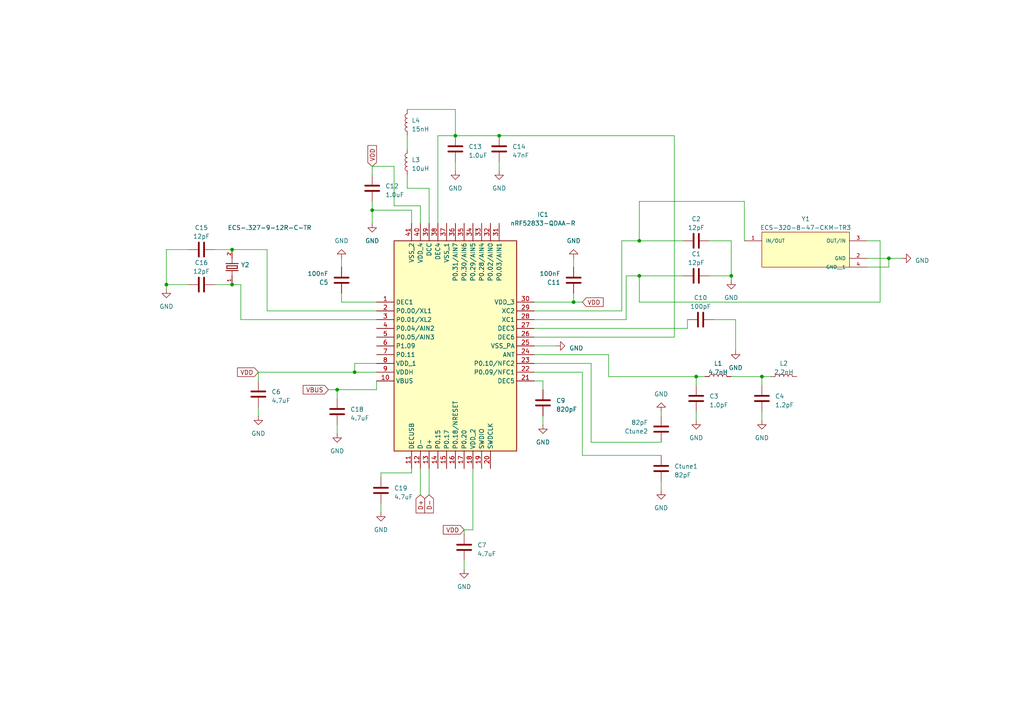
<source format=kicad_sch>
(kicad_sch (version 20230121) (generator eeschema)
  (paper "A4")
  (lib_symbols
    (symbol "Device:C" (pin_numbers hide) (pin_names (offset 0.254))
      (property "Reference" "C" (at 0.635 2.54 0))
      (property "Value" "C" (at 0.635 -2.54 0))
      (symbol "C_0_1"
        (polyline (pts (xy -2.032 -0.762) (xy 2.032 -0.762)) (stroke (width 0.508)))
        (polyline (pts (xy -2.032 0.762) (xy 2.032 0.762)) (stroke (width 0.508)))
      )
      (symbol "C_1_1"
        (pin passive line (at 0 3.81 270) (length 2.794) (name "~") (number "1"))
        (pin passive line (at 0 -3.81 90) (length 2.794) (name "~") (number "2"))
      )
    )
    (symbol "Device:L" (pin_numbers hide) (pin_names (offset 1.016) hide)
      (property "Reference" "L" (at -1.27 0 90))
      (property "Value" "L" (at 1.905 0 90))
      (symbol "L_0_1"
        (arc (start 0 -2.54) (mid 0.6323 -1.905) (end 0 -1.27))
        (arc (start 0 -1.27) (mid 0.6323 -0.635) (end 0 0))
        (arc (start 0 0) (mid 0.6323 0.635) (end 0 1.27))
        (arc (start 0 1.27) (mid 0.6323 1.905) (end 0 2.54))
      )
      (symbol "L_1_1"
        (pin passive line (at 0 3.81 270) (length 1.27) (name "1") (number "1"))
        (pin passive line (at 0 -3.81 90) (length 1.27) (name "2") (number "2"))
      )
    )
    (symbol "ECS 1612 32MHz:ECS-320-8-47-CKM-TR3" (pin_names (offset 1.016))
      (property "Reference" "Y" (at -12.7318 5.0928 0))
      (property "Value" "ECS-320-8-47-CKM-TR3" (at -12.7223 -7.6334 0))
      (symbol "ECS-320-8-47-CKM-TR3_0_0"
        (rectangle (start -12.7 -5.08) (end 12.7 5.08) (stroke (width 0.1524)) (fill (type background)))
        (pin bidirectional line (at -17.78 2.54 0) (length 5.08) (name "IN/OUT") (number "1"))
        (pin power_in line (at 17.78 -2.54 180) (length 5.08) (name "GND") (number "2"))
        (pin bidirectional line (at 17.78 2.54 180) (length 5.08) (name "OUT/IN") (number "3"))
        (pin power_in line (at 17.78 -5.08 180) (length 5.08) (name "GND__1") (number "4"))
      )
    )
    (symbol "EXC 2012 23.768MHz:ECS-.327-9-12R-C-TR" (pin_names (offset 1.016))
      (property "Reference" "Y" (at -5.0919 3.8189 0))
      (property "Value" "ECS-.327-9-12R-C-TR" (at -5.0911 -5.0911 0))
      (symbol "ECS-.327-9-12R-C-TR_0_0"
        (polyline (pts (xy -2.54 0) (xy -1.016 0)) (stroke (width 0.1524)))
        (polyline (pts (xy -1.016 1.778) (xy -1.016 -1.778)) (stroke (width 0.254)))
        (polyline (pts (xy -0.381 -1.524) (xy 0.381 -1.524)) (stroke (width 0.254)))
        (polyline (pts (xy -0.381 1.524) (xy -0.381 -1.524)) (stroke (width 0.254)))
        (polyline (pts (xy 0.381 -1.524) (xy 0.381 1.524)) (stroke (width 0.254)))
        (polyline (pts (xy 0.381 1.524) (xy -0.381 1.524)) (stroke (width 0.254)))
        (polyline (pts (xy 1.016 0) (xy 2.54 0)) (stroke (width 0.1524)))
        (polyline (pts (xy 1.016 1.778) (xy 1.016 -1.778)) (stroke (width 0.254)))
        (pin passive line (at -5.08 0 0) (length 2.54) (name "~") (number "1"))
        (pin passive line (at 5.08 0 180) (length 2.54) (name "~") (number "2"))
      )
    )
    (symbol "nRF52833-QDAA-Org:nRF52833-QDAA-R"
      (property "Reference" "IC" (at 41.91 22.86 0))
      (property "Value" "nRF52833-QDAA-R" (at 41.91 20.32 0))
      (symbol "nRF52833-QDAA-R_1_1"
        (rectangle (start 5.08 17.78) (end 40.64 -43.18) (stroke (width 0.254)) (fill (type background)))
        (pin passive line (at 0 0 0) (length 5.08) (name "DEC1") (number "1"))
        (pin passive line (at 0 -22.86 0) (length 5.08) (name "VBUS") (number "10"))
        (pin passive line (at 10.16 -48.26 90) (length 5.08) (name "DECUSB") (number "11"))
        (pin passive line (at 12.7 -48.26 90) (length 5.08) (name "D-") (number "12"))
        (pin passive line (at 15.24 -48.26 90) (length 5.08) (name "D+") (number "13"))
        (pin passive line (at 17.78 -48.26 90) (length 5.08) (name "P0.15") (number "14"))
        (pin passive line (at 20.32 -48.26 90) (length 5.08) (name "P0.17") (number "15"))
        (pin passive line (at 22.86 -48.26 90) (length 5.08) (name "P0.18/NRESET") (number "16"))
        (pin passive line (at 25.4 -48.26 90) (length 5.08) (name "P0.20") (number "17"))
        (pin passive line (at 27.94 -48.26 90) (length 5.08) (name "VDD_2") (number "18"))
        (pin passive line (at 30.48 -48.26 90) (length 5.08) (name "SWDIO") (number "19"))
        (pin passive line (at 0 -2.54 0) (length 5.08) (name "P0.00/XL1") (number "2"))
        (pin passive line (at 33.02 -48.26 90) (length 5.08) (name "SWDCLK") (number "20"))
        (pin passive line (at 45.72 -22.86 180) (length 5.08) (name "DEC5") (number "21"))
        (pin passive line (at 45.72 -20.32 180) (length 5.08) (name "P0.09/NFC1") (number "22"))
        (pin passive line (at 45.72 -17.78 180) (length 5.08) (name "P0.10/NFC2") (number "23"))
        (pin passive line (at 45.72 -15.24 180) (length 5.08) (name "ANT") (number "24"))
        (pin passive line (at 45.72 -12.7 180) (length 5.08) (name "VSS_PA") (number "25"))
        (pin passive line (at 45.72 -10.16 180) (length 5.08) (name "DEC6") (number "26"))
        (pin passive line (at 45.72 -7.62 180) (length 5.08) (name "DEC3") (number "27"))
        (pin passive line (at 45.72 -5.08 180) (length 5.08) (name "XC1") (number "28"))
        (pin passive line (at 45.72 -2.54 180) (length 5.08) (name "XC2") (number "29"))
        (pin passive line (at 0 -5.08 0) (length 5.08) (name "P0.01/XL2") (number "3"))
        (pin passive line (at 45.72 0 180) (length 5.08) (name "VDD_3") (number "30"))
        (pin passive line (at 35.56 22.86 270) (length 5.08) (name "P0.03/AIN1") (number "31"))
        (pin passive line (at 33.02 22.86 270) (length 5.08) (name "P0.02/AIN0") (number "32"))
        (pin passive line (at 30.48 22.86 270) (length 5.08) (name "P0.28/AIN4") (number "33"))
        (pin passive line (at 27.94 22.86 270) (length 5.08) (name "P0.29/AIN5") (number "34"))
        (pin passive line (at 25.4 22.86 270) (length 5.08) (name "P0.30/AIN6") (number "35"))
        (pin passive line (at 22.86 22.86 270) (length 5.08) (name "P0.31/AIN7") (number "36"))
        (pin passive line (at 20.32 22.86 270) (length 5.08) (name "VSS_1") (number "37"))
        (pin passive line (at 17.78 22.86 270) (length 5.08) (name "DEC4") (number "38"))
        (pin passive line (at 15.24 22.86 270) (length 5.08) (name "DCC") (number "39"))
        (pin passive line (at 0 -7.62 0) (length 5.08) (name "P0.04/AIN2") (number "4"))
        (pin passive line (at 12.7 22.86 270) (length 5.08) (name "VDD_4") (number "40"))
        (pin passive line (at 10.16 22.86 270) (length 5.08) (name "VSS_2") (number "41"))
        (pin passive line (at 0 -10.16 0) (length 5.08) (name "P0.05/AIN3") (number "5"))
        (pin passive line (at 0 -12.7 0) (length 5.08) (name "P1.09") (number "6"))
        (pin passive line (at 0 -15.24 0) (length 5.08) (name "P0.11") (number "7"))
        (pin passive line (at 0 -17.78 0) (length 5.08) (name "VDD_1") (number "8"))
        (pin passive line (at 0 -20.32 0) (length 5.08) (name "VDDH") (number "9"))
      )
    )
    (symbol "power:GND" (power) (pin_names (offset 0))
      (property "Value" "GND" (at 0 -3.81 0))
      (symbol "GND_0_1"
        (polyline (pts (xy 0 0) (xy 0 -1.27) (xy 1.27 -1.27) (xy 0 -2.54) (xy -1.27 -1.27) (xy 0 -1.27)))
      )
      (symbol "GND_1_1"
        (pin power_in line (at 0 0 270) (length 0) hide (name "GND") (number "1"))
      )
    )
  )
  (junction (at 132.08 39.37))
  (junction (at 67.31 82.55))
  (junction (at 185.42 80.01))
  (junction (at 67.31 72.39))
  (junction (at 257.81 74.93))
  (junction (at 212.09 80.01))
  (junction (at 220.98 109.22))
  (junction (at 48.26 82.55))
  (junction (at 102.87 107.95))
  (junction (at 201.93 109.22))
  (junction (at 185.42 69.85))
  (junction (at 144.78 39.37))
  (junction (at 107.95 60.96))
  (junction (at 166.37 87.63))
  (junction (at 97.79 113.03))
  (wire (pts (xy 110.49 137.16) (xy 110.49 138.43)))
  (wire (pts (xy 154.94 110.49) (xy 157.48 110.49)))
  (wire (pts (xy 118.11 39.37) (xy 118.11 43.18)))
  (wire (pts (xy 251.46 77.47) (xy 257.81 77.47)))
  (wire (pts (xy 168.91 107.95) (xy 168.91 132.08)))
  (wire (pts (xy 255.27 69.85) (xy 255.27 87.63)))
  (wire (pts (xy 107.95 58.42) (xy 107.95 60.96)))
  (wire (pts (xy 212.09 69.85) (xy 212.09 80.01)))
  (wire (pts (xy 102.87 107.95) (xy 74.93 107.95)))
  (wire (pts (xy 109.22 92.71) (xy 69.85 92.71)))
  (wire (pts (xy 212.09 80.01) (xy 212.09 81.28)))
  (wire (pts (xy 181.61 92.71) (xy 181.61 80.01)))
  (wire (pts (xy 137.16 135.89) (xy 137.16 153.67)))
  (wire (pts (xy 154.94 105.41) (xy 171.45 105.41)))
  (wire (pts (xy 185.42 87.63) (xy 185.42 80.01)))
  (wire (pts (xy 114.3 48.26) (xy 107.95 48.26)))
  (wire (pts (xy 180.34 90.17) (xy 180.34 69.85)))
  (wire (pts (xy 99.06 77.47) (xy 99.06 74.93)))
  (wire (pts (xy 176.53 102.87) (xy 176.53 109.22)))
  (wire (pts (xy 166.37 87.63) (xy 168.91 87.63)))
  (wire (pts (xy 199.39 95.25) (xy 199.39 92.71)))
  (wire (pts (xy 109.22 113.03) (xy 109.22 110.49)))
  (wire (pts (xy 99.06 85.09) (xy 99.06 87.63)))
  (wire (pts (xy 62.23 72.39) (xy 67.31 72.39)))
  (wire (pts (xy 48.26 82.55) (xy 48.26 83.82)))
  (wire (pts (xy 215.9 58.42) (xy 185.42 58.42)))
  (wire (pts (xy 180.34 69.85) (xy 185.42 69.85)))
  (wire (pts (xy 255.27 87.63) (xy 185.42 87.63)))
  (wire (pts (xy 132.08 39.37) (xy 144.78 39.37)))
  (wire (pts (xy 74.93 107.95) (xy 74.93 110.49)))
  (wire (pts (xy 99.06 87.63) (xy 109.22 87.63)))
  (wire (pts (xy 118.11 54.61) (xy 118.11 50.8)))
  (wire (pts (xy 157.48 120.65) (xy 157.48 123.19)))
  (wire (pts (xy 157.48 110.49) (xy 157.48 113.03)))
  (wire (pts (xy 191.77 120.65) (xy 191.77 119.38)))
  (wire (pts (xy 132.08 46.99) (xy 132.08 49.53)))
  (wire (pts (xy 154.94 92.71) (xy 181.61 92.71)))
  (wire (pts (xy 124.46 64.77) (xy 124.46 54.61)))
  (wire (pts (xy 107.95 48.26) (xy 107.95 50.8)))
  (wire (pts (xy 127 39.37) (xy 132.08 39.37)))
  (wire (pts (xy 207.01 92.71) (xy 213.36 92.71)))
  (wire (pts (xy 137.16 153.67) (xy 134.62 153.67)))
  (wire (pts (xy 124.46 54.61) (xy 118.11 54.61)))
  (wire (pts (xy 69.85 92.71) (xy 69.85 82.55)))
  (wire (pts (xy 195.58 97.79) (xy 195.58 39.37)))
  (wire (pts (xy 54.61 82.55) (xy 48.26 82.55)))
  (wire (pts (xy 119.38 64.77) (xy 119.38 60.96)))
  (wire (pts (xy 114.3 59.69) (xy 114.3 48.26)))
  (wire (pts (xy 97.79 113.03) (xy 95.25 113.03)))
  (wire (pts (xy 132.08 31.75) (xy 132.08 39.37)))
  (wire (pts (xy 121.92 64.77) (xy 121.92 59.69)))
  (wire (pts (xy 201.93 119.38) (xy 201.93 121.92)))
  (wire (pts (xy 119.38 137.16) (xy 110.49 137.16)))
  (wire (pts (xy 109.22 113.03) (xy 97.79 113.03)))
  (wire (pts (xy 62.23 82.55) (xy 67.31 82.55)))
  (wire (pts (xy 251.46 69.85) (xy 255.27 69.85)))
  (wire (pts (xy 124.46 135.89) (xy 124.46 143.51)))
  (wire (pts (xy 168.91 132.08) (xy 191.77 132.08)))
  (wire (pts (xy 205.74 69.85) (xy 212.09 69.85)))
  (wire (pts (xy 195.58 39.37) (xy 144.78 39.37)))
  (wire (pts (xy 201.93 109.22) (xy 204.47 109.22)))
  (wire (pts (xy 121.92 59.69) (xy 114.3 59.69)))
  (wire (pts (xy 119.38 135.89) (xy 119.38 137.16)))
  (wire (pts (xy 220.98 109.22) (xy 220.98 111.76)))
  (wire (pts (xy 109.22 105.41) (xy 102.87 105.41)))
  (wire (pts (xy 185.42 80.01) (xy 198.12 80.01)))
  (wire (pts (xy 171.45 128.27) (xy 191.77 128.27)))
  (wire (pts (xy 118.11 31.75) (xy 132.08 31.75)))
  (wire (pts (xy 251.46 74.93) (xy 257.81 74.93)))
  (wire (pts (xy 97.79 123.19) (xy 97.79 125.73)))
  (wire (pts (xy 201.93 109.22) (xy 201.93 111.76)))
  (wire (pts (xy 54.61 72.39) (xy 48.26 72.39)))
  (wire (pts (xy 257.81 77.47) (xy 257.81 74.93)))
  (wire (pts (xy 154.94 100.33) (xy 161.29 100.33)))
  (wire (pts (xy 171.45 105.41) (xy 171.45 128.27)))
  (wire (pts (xy 212.09 109.22) (xy 220.98 109.22)))
  (wire (pts (xy 48.26 72.39) (xy 48.26 82.55)))
  (wire (pts (xy 154.94 95.25) (xy 199.39 95.25)))
  (wire (pts (xy 154.94 107.95) (xy 168.91 107.95)))
  (wire (pts (xy 144.78 46.99) (xy 144.78 49.53)))
  (wire (pts (xy 154.94 87.63) (xy 166.37 87.63)))
  (wire (pts (xy 257.81 74.93) (xy 261.62 74.93)))
  (wire (pts (xy 109.22 107.95) (xy 102.87 107.95)))
  (wire (pts (xy 77.47 90.17) (xy 77.47 72.39)))
  (wire (pts (xy 154.94 90.17) (xy 180.34 90.17)))
  (wire (pts (xy 185.42 69.85) (xy 198.12 69.85)))
  (wire (pts (xy 127 64.77) (xy 127 39.37)))
  (wire (pts (xy 213.36 92.71) (xy 213.36 101.6)))
  (wire (pts (xy 191.77 139.7) (xy 191.77 142.24)))
  (wire (pts (xy 97.79 115.57) (xy 97.79 113.03)))
  (wire (pts (xy 181.61 80.01) (xy 185.42 80.01)))
  (wire (pts (xy 121.92 135.89) (xy 121.92 143.51)))
  (wire (pts (xy 166.37 85.09) (xy 166.37 87.63)))
  (wire (pts (xy 154.94 102.87) (xy 176.53 102.87)))
  (wire (pts (xy 220.98 109.22) (xy 223.52 109.22)))
  (wire (pts (xy 77.47 72.39) (xy 67.31 72.39)))
  (wire (pts (xy 166.37 77.47) (xy 166.37 74.93)))
  (wire (pts (xy 134.62 153.67) (xy 134.62 154.94)))
  (wire (pts (xy 102.87 105.41) (xy 102.87 107.95)))
  (wire (pts (xy 215.9 69.85) (xy 215.9 58.42)))
  (wire (pts (xy 107.95 60.96) (xy 107.95 64.77)))
  (wire (pts (xy 69.85 82.55) (xy 67.31 82.55)))
  (wire (pts (xy 220.98 119.38) (xy 220.98 121.92)))
  (wire (pts (xy 109.22 90.17) (xy 77.47 90.17)))
  (wire (pts (xy 74.93 118.11) (xy 74.93 120.65)))
  (wire (pts (xy 119.38 60.96) (xy 107.95 60.96)))
  (wire (pts (xy 176.53 109.22) (xy 201.93 109.22)))
  (wire (pts (xy 110.49 146.05) (xy 110.49 148.59)))
  (wire (pts (xy 185.42 58.42) (xy 185.42 69.85)))
  (wire (pts (xy 154.94 97.79) (xy 195.58 97.79)))
  (wire (pts (xy 134.62 162.56) (xy 134.62 165.1)))
  (wire (pts (xy 205.74 80.01) (xy 212.09 80.01)))
  (global_label "D-" (shape input) (at 124.46 143.51 270) (property "Intersheetrefs" "${INTERSHEET_REFS}" (effects hide)))
  (global_label "VDD" (shape input) (at 134.62 153.67 180) (property "Intersheetrefs" "${INTERSHEET_REFS}" (effects hide)))
  (global_label "VDD" (shape input) (at 168.91 87.63 0) (property "Intersheetrefs" "${INTERSHEET_REFS}" (effects hide)))
  (global_label "VDD" (shape input) (at 107.95 48.26 90) (property "Intersheetrefs" "${INTERSHEET_REFS}" (effects hide)))
  (global_label "VDD" (shape input) (at 74.93 107.95 180) (property "Intersheetrefs" "${INTERSHEET_REFS}" (effects hide)))
  (global_label "D+" (shape input) (at 121.92 143.51 270) (property "Intersheetrefs" "${INTERSHEET_REFS}" (effects hide)))
  (global_label "VBUS" (shape input) (at 95.25 113.03 180) (property "Intersheetrefs" "${INTERSHEET_REFS}" (effects hide)))
  (symbol (lib_id "nRF52833-QDAA-Org:nRF52833-QDAA-R") (at 109.22 87.63 0) (unit 1)
    (property "Reference" "IC1" (at 157.48 62.23 0))
    (property "Value" "nRF52833-QDAA-R" (at 157.48 64.77 0))
    (property "Footprint" "QFN40P500X500X90-41N" (effects hide))
    (property "Datasheet" "https://infocenter.nordicsemi.com/pdf/nRF52833_PS_v1.3.pdf" (effects hide))
    (property "Height" "0.9" (effects hide))
    (property "Manufacturer_Name" "Nordic Semiconductor" (effects hide))
    (property "Manufacturer_Part_Number" "nRF52833-QDAA-R" (effects hide))
    (property "Mouser Part Number" "949-NRF52833-QDAA-R" (effects hide))
    (property "Mouser Price/Stock" "https://www.mouser.co.uk/ProductDetail/Nordic-Semiconductor/nRF52833-QDAA-R?qs=xZ%2FP%252Ba9zWqYrk%252Bfy26NOZQ%3D%3D" (effects hide))
    (property "Arrow Part Number" "NRF52833-QDAA-R" (effects hide))
    (property "Arrow Price/Stock" "https://www.arrow.com/en/products/nrf52833-qdaa-r/nordic-semiconductor?region=nac" (effects hide))
  )
  (symbol (lib_id "power:GND") (at 220.98 121.92 0) (unit 1)
    (property "Reference" "#PWR010" (effects hide))
    (property "Value" "GND" (at 220.98 127 0))
  )
  (symbol (lib_id "Device:C") (at 97.79 119.38 0) (unit 1)
    (property "Reference" "C18" (at 101.6 118.745 0) (effects (justify left)))
    (property "Value" "4.7uF" (at 101.6 121.285 0) (effects (justify left)))
    (property "Footprint" "Capacitor_SMD:C_0603_1608Metric" (effects hide))
  )
  (symbol (lib_id "power:GND") (at 161.29 100.33 90) (unit 1)
    (property "Reference" "#PWR016" (effects hide))
    (property "Value" "GND" (at 165.1 100.965 90) (effects (justify right)))
  )
  (symbol (lib_id "Device:C") (at 58.42 72.39 270) (mirror x) (unit 1)
    (property "Reference" "C15" (at 58.42 66.04 90))
    (property "Value" "12pF" (at 58.42 68.58 90))
    (property "Footprint" "Capacitor_SMD:C_0603_1608Metric" (effects hide))
  )
  (symbol (lib_id "Device:C") (at 74.93 114.3 0) (unit 1)
    (property "Reference" "C6" (at 78.74 113.665 0) (effects (justify left)))
    (property "Value" "4.7uF" (at 78.74 116.205 0) (effects (justify left)))
    (property "Footprint" "Capacitor_SMD:C_0603_1608Metric" (effects hide))
  )
  (symbol (lib_id "Device:L") (at 208.28 109.22 90) (unit 1)
    (property "Reference" "L1" (at 208.28 105.41 90))
    (property "Value" "4.7nH" (at 208.28 107.95 90))
    (property "Footprint" "Inductor_SMD:L_0603_1608Metric" (effects hide))
  )
  (symbol (lib_id "Device:C") (at 201.93 115.57 0) (unit 1)
    (property "Reference" "C3" (at 205.74 114.935 0) (effects (justify left)))
    (property "Value" "1.0pF" (at 205.74 117.475 0) (effects (justify left)))
    (property "Footprint" "Capacitor_SMD:C_0603_1608Metric" (effects hide))
  )
  (symbol (lib_id "power:GND") (at 191.77 142.24 0) (unit 1)
    (property "Reference" "#PWR07" (effects hide))
    (property "Value" "GND" (at 191.77 147.32 0))
  )
  (symbol (lib_id "power:GND") (at 110.49 148.59 0) (unit 1)
    (property "Reference" "#PWR03" (effects hide))
    (property "Value" "GND" (at 110.49 153.67 0))
  )
  (symbol (lib_id "power:GND") (at 74.93 120.65 0) (unit 1)
    (property "Reference" "#PWR04" (effects hide))
    (property "Value" "GND" (at 74.93 125.73 0))
  )
  (symbol (lib_id "Device:C") (at 201.93 69.85 90) (unit 1)
    (property "Reference" "C2" (at 201.93 63.5 90))
    (property "Value" "12pF" (at 201.93 66.04 90))
    (property "Footprint" "Capacitor_SMD:C_0603_1608Metric" (effects hide))
  )
  (symbol (lib_id "power:GND") (at 212.09 81.28 0) (unit 1)
    (property "Reference" "#PWR011" (effects hide))
    (property "Value" "GND" (at 212.09 86.36 0))
  )
  (symbol (lib_id "power:GND") (at 97.79 125.73 0) (unit 1)
    (property "Reference" "#PWR01" (effects hide))
    (property "Value" "GND" (at 97.79 130.81 0))
  )
  (symbol (lib_id "Device:L") (at 227.33 109.22 90) (unit 1)
    (property "Reference" "L2" (at 227.33 105.41 90))
    (property "Value" "2.2nH" (at 227.33 107.95 90))
    (property "Footprint" "Inductor_SMD:L_0603_1608Metric" (effects hide))
  )
  (symbol (lib_id "Device:C") (at 191.77 135.89 0) (unit 1)
    (property "Reference" "Ctune1" (at 195.58 135.255 0) (effects (justify left)))
    (property "Value" "82pF" (at 195.58 137.795 0) (effects (justify left)))
    (property "Footprint" "Capacitor_SMD:C_0603_1608Metric" (effects hide))
  )
  (symbol (lib_id "Device:C") (at 157.48 116.84 0) (unit 1)
    (property "Reference" "C9" (at 161.29 116.205 0) (effects (justify left)))
    (property "Value" "820pF" (at 161.29 118.745 0) (effects (justify left)))
    (property "Footprint" "Capacitor_SMD:C_0603_1608Metric" (effects hide))
  )
  (symbol (lib_id "Device:C") (at 191.77 124.46 180) (unit 1)
    (property "Reference" "Ctune2" (at 187.96 125.095 0) (effects (justify left)))
    (property "Value" "82pF" (at 187.96 122.555 0) (effects (justify left)))
    (property "Footprint" "Capacitor_SMD:C_0603_1608Metric" (effects hide))
  )
  (symbol (lib_id "Device:L") (at 118.11 35.56 180) (unit 1)
    (property "Reference" "L4" (at 119.38 34.925 0) (effects (justify right)))
    (property "Value" "15nH" (at 119.38 37.465 0) (effects (justify right)))
    (property "Footprint" "Inductor_SMD:L_0603_1608Metric" (effects hide))
  )
  (symbol (lib_id "power:GND") (at 191.77 119.38 180) (unit 1)
    (property "Reference" "#PWR08" (effects hide))
    (property "Value" "GND" (at 191.77 114.3 0))
  )
  (symbol (lib_id "Device:C") (at 220.98 115.57 0) (unit 1)
    (property "Reference" "C4" (at 224.79 114.935 0) (effects (justify left)))
    (property "Value" "1.2pF" (at 224.79 117.475 0) (effects (justify left)))
    (property "Footprint" "Capacitor_SMD:C_0603_1608Metric" (effects hide))
  )
  (symbol (lib_id "Device:C") (at 144.78 43.18 0) (unit 1)
    (property "Reference" "C14" (at 148.59 42.545 0) (effects (justify left)))
    (property "Value" "47nF" (at 148.59 45.085 0) (effects (justify left)))
    (property "Footprint" "Capacitor_SMD:C_0603_1608Metric" (effects hide))
  )
  (symbol (lib_id "Device:C") (at 203.2 92.71 90) (unit 1)
    (property "Reference" "C10" (at 203.2 86.36 90))
    (property "Value" "100pF" (at 203.2 88.9 90))
    (property "Footprint" "Capacitor_SMD:C_0603_1608Metric" (effects hide))
  )
  (symbol (lib_id "Device:C") (at 99.06 81.28 180) (unit 1)
    (property "Reference" "C5" (at 95.25 81.915 0) (effects (justify left)))
    (property "Value" "100nF" (at 95.25 79.375 0) (effects (justify left)))
    (property "Footprint" "Capacitor_SMD:C_0603_1608Metric" (effects hide))
  )
  (symbol (lib_id "power:GND") (at 99.06 74.93 180) (unit 1)
    (property "Reference" "#PWR017" (effects hide))
    (property "Value" "GND" (at 99.06 69.85 0))
  )
  (symbol (lib_id "power:GND") (at 213.36 101.6 0) (unit 1)
    (property "Reference" "#PWR012" (effects hide))
    (property "Value" "GND" (at 213.36 106.68 0))
  )
  (symbol (lib_id "Device:C") (at 58.42 82.55 270) (mirror x) (unit 1)
    (property "Reference" "C16" (at 58.42 76.2 90))
    (property "Value" "12pF" (at 58.42 78.74 90))
    (property "Footprint" "Capacitor_SMD:C_0603_1608Metric" (effects hide))
  )
  (symbol (lib_id "power:GND") (at 201.93 121.92 0) (unit 1)
    (property "Reference" "#PWR09" (effects hide))
    (property "Value" "GND" (at 201.93 127 0))
  )
  (symbol (lib_id "power:GND") (at 261.62 74.93 90) (unit 1)
    (property "Reference" "#PWR019" (effects hide))
    (property "Value" "GND" (at 265.43 75.565 90) (effects (justify right)))
  )
  (symbol (lib_id "Device:C") (at 110.49 142.24 0) (unit 1)
    (property "Reference" "C19" (at 114.3 141.605 0) (effects (justify left)))
    (property "Value" "4.7uF" (at 114.3 144.145 0) (effects (justify left)))
    (property "Footprint" "Capacitor_SMD:C_0603_1608Metric" (effects hide))
  )
  (symbol (lib_id "Device:C") (at 132.08 43.18 0) (unit 1)
    (property "Reference" "C13" (at 135.89 42.545 0) (effects (justify left)))
    (property "Value" "1.0uF" (at 135.89 45.085 0) (effects (justify left)))
    (property "Footprint" "Capacitor_SMD:C_0603_1608Metric" (effects hide))
  )
  (symbol (lib_id "Device:C") (at 107.95 54.61 0) (unit 1)
    (property "Reference" "C12" (at 111.76 53.975 0) (effects (justify left)))
    (property "Value" "1.0uF" (at 111.76 56.515 0) (effects (justify left)))
    (property "Footprint" "Capacitor_SMD:C_0603_1608Metric" (effects hide))
  )
  (symbol (lib_id "power:GND") (at 48.26 83.82 0) (mirror y) (unit 1)
    (property "Reference" "#PWR018" (effects hide))
    (property "Value" "GND" (at 48.26 88.9 0))
  )
  (symbol (lib_id "power:GND") (at 157.48 123.19 0) (unit 1)
    (property "Reference" "#PWR06" (effects hide))
    (property "Value" "GND" (at 157.48 128.27 0))
  )
  (symbol (lib_id "Device:C") (at 166.37 81.28 180) (unit 1)
    (property "Reference" "C11" (at 162.56 81.915 0) (effects (justify left)))
    (property "Value" "100nF" (at 162.56 79.375 0) (effects (justify left)))
    (property "Footprint" "Capacitor_SMD:C_0603_1608Metric" (effects hide))
  )
  (symbol (lib_id "EXC 2012 23.768MHz:ECS-.327-9-12R-C-TR") (at 67.31 77.47 90) (unit 1)
    (property "Reference" "Y2" (at 69.85 76.835 90) (effects (justify right)))
    (property "Value" "ECS-.327-9-12R-C-TR" (at 66.04 66.04 90) (effects (justify right)))
    (property "Footprint" "TESIS:XTAL_ECS-.327-9-12R-C-TR" (effects hide))
    (property "MF" "ECS Inc." (effects hide))
    (property "Description" "\n                        \n                            32.768 kHz ±10ppm Crystal 9pF 70 kOhms 2-SMD, No Lead\n                        \n" (effects hide))
    (property "Package" "ECX-12R-12R-2 ECS" (effects hide))
    (property "Price" "None" (effects hide))
    (property "Check_prices" "https://www.snapeda.com/parts/ECS-.327-9-12R-C-TR/ECS/view-part/?ref=eda" (effects hide))
    (property "STANDARD" "Manufacturer recommendations" (effects hide))
    (property "PARTREV" "2017" (effects hide))
    (property "SnapEDA_Link" "https://www.snapeda.com/parts/ECS-.327-9-12R-C-TR/ECS/view-part/?ref=snap" (effects hide))
    (property "MP" "ECS-.327-9-12R-C-TR" (effects hide))
    (property "Availability" "In Stock" (effects hide))
    (property "MANUFACTURER" "ECS INC" (effects hide))
  )
  (symbol (lib_id "Device:L") (at 118.11 46.99 180) (unit 1)
    (property "Reference" "L3" (at 119.38 46.355 0) (effects (justify right)))
    (property "Value" "10uH" (at 119.38 48.895 0) (effects (justify right)))
    (property "Footprint" "Inductor_SMD:L_0603_1608Metric" (effects hide))
  )
  (symbol (lib_id "power:GND") (at 166.37 74.93 180) (unit 1)
    (property "Reference" "#PWR02" (effects hide))
    (property "Value" "GND" (at 166.37 69.85 0))
  )
  (symbol (lib_id "Device:C") (at 134.62 158.75 0) (unit 1)
    (property "Reference" "C7" (at 138.43 158.115 0) (effects (justify left)))
    (property "Value" "4.7uF" (at 138.43 160.655 0) (effects (justify left)))
    (property "Footprint" "Capacitor_SMD:C_0603_1608Metric" (effects hide))
  )
  (symbol (lib_id "power:GND") (at 134.62 165.1 0) (unit 1)
    (property "Reference" "#PWR05" (effects hide))
    (property "Value" "GND" (at 134.62 170.18 0))
  )
  (symbol (lib_id "Device:C") (at 201.93 80.01 90) (unit 1)
    (property "Reference" "C1" (at 201.93 73.66 90))
    (property "Value" "12pF" (at 201.93 76.2 90))
    (property "Footprint" "Capacitor_SMD:C_0603_1608Metric" (effects hide))
  )
  (symbol (lib_id "power:GND") (at 132.08 49.53 0) (unit 1)
    (property "Reference" "#PWR013" (effects hide))
    (property "Value" "GND" (at 132.08 54.61 0))
  )
  (symbol (lib_id "power:GND") (at 107.95 64.77 0) (unit 1)
    (property "Reference" "#PWR015" (effects hide))
    (property "Value" "GND" (at 107.95 69.85 0))
  )
  (symbol (lib_id "ECS 1612 32MHz:ECS-320-8-47-CKM-TR3") (at 233.68 72.39 0) (unit 1)
    (property "Reference" "Y1" (at 233.68 63.5 0))
    (property "Value" "ECS-320-8-47-CKM-TR3" (at 233.68 66.04 0))
    (property "Footprint" "TESIS:XTAL_ECS-320-8-47-CKM-TR3" (effects hide))
    (property "MF" "ECS Inc." (effects hide))
    (property "Description" "\n                        \n                            Crystal 32MHz ±10ppm (Tol) ±10ppm (Stability) 8pF FUND 80Ohm 4-Pin Mini-CSMD T/R\n                        \n" (effects hide))
    (property "Package" "ECX-1247-47-4 ECS" (effects hide))
    (property "Price" "None" (effects hide))
    (property "Check_prices" "https://www.snapeda.com/parts/ECS-320-8-47-CKM-TR3/ECS/view-part/?ref=eda" (effects hide))
    (property "STANDARD" "Manufacturer Recommendation" (effects hide))
    (property "PARTREV" "2017" (effects hide))
    (property "SnapEDA_Link" "https://www.snapeda.com/parts/ECS-320-8-47-CKM-TR3/ECS/view-part/?ref=snap" (effects hide))
    (property "MP" "ECS-320-8-47-CKM-TR3" (effects hide))
    (property "Availability" "In Stock" (effects hide))
    (property "MANUFACTURER" "ECS Inc." (effects hide))
  )
  (symbol (lib_id "power:GND") (at 144.78 49.53 0) (unit 1)
    (property "Reference" "#PWR014" (effects hide))
    (property "Value" "GND" (at 144.78 54.61 0))
  )
)
</source>
